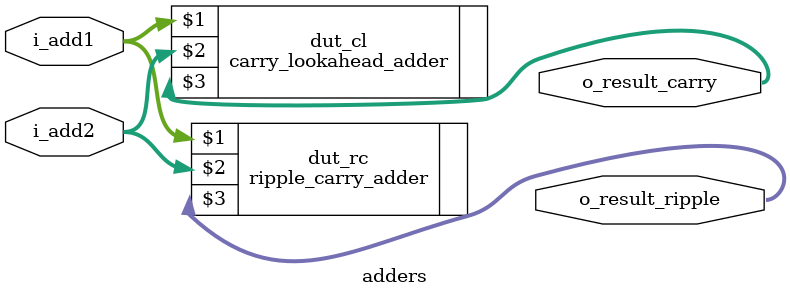
<source format=v>
module adders
#(parameter WIDTH = 16)
(input [WIDTH-1:0] i_add1,
 input [WIDTH-1:0] i_add2,
 output [WIDTH:0]  o_result_ripple, 
 output [WIDTH:0] o_result_carry);
 
	ripple_carry_adder dut_rc(i_add1, i_add2, o_result_ripple);
	carry_lookahead_adder dut_cl(i_add1, i_add2, o_result_carry);
endmodule

</source>
